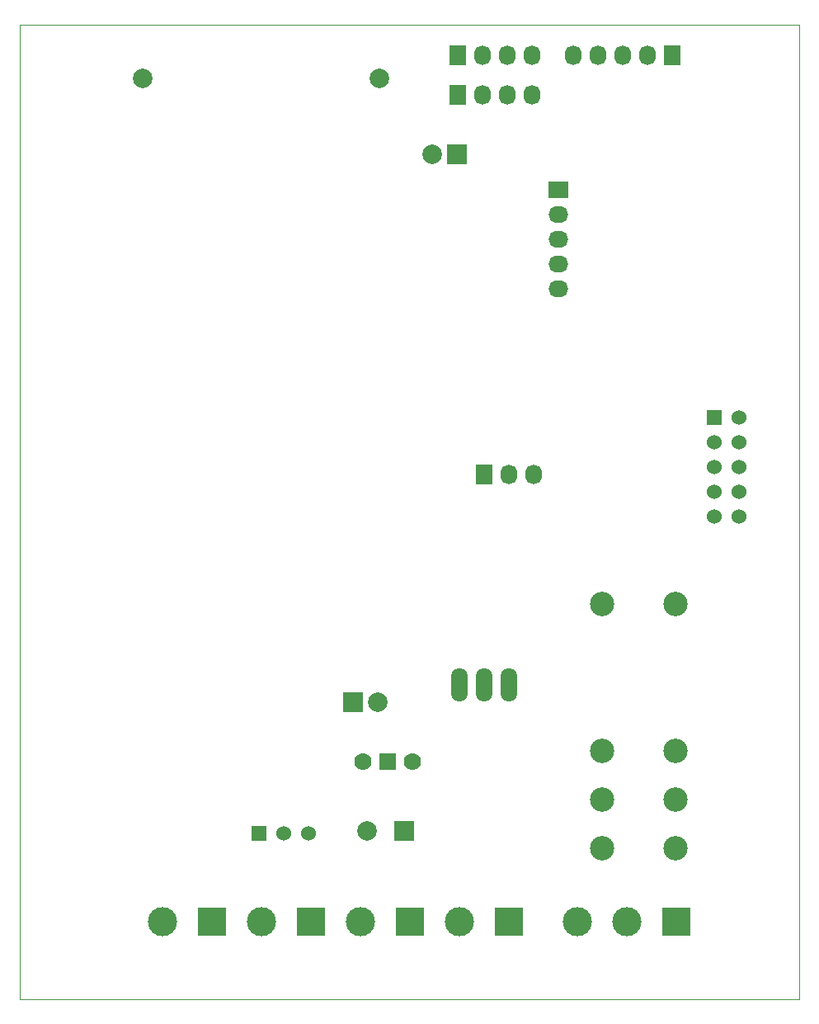
<source format=gbr>
G04 #@! TF.FileFunction,Soldermask,Bot*
%FSLAX46Y46*%
G04 Gerber Fmt 4.6, Leading zero omitted, Abs format (unit mm)*
G04 Created by KiCad (PCBNEW (2015-03-05 BZR 5480)-product) date Mon 09 Mar 2015 11:20:18 AM EET*
%MOMM*%
G01*
G04 APERTURE LIST*
%ADD10C,0.100000*%
%ADD11C,1.524000*%
%ADD12C,2.000000*%
%ADD13R,2.999740X2.999740*%
%ADD14C,2.999740*%
%ADD15R,1.998980X1.998980*%
%ADD16C,1.998980*%
%ADD17R,1.524000X1.524000*%
%ADD18R,1.727200X2.032000*%
%ADD19O,1.727200X2.032000*%
%ADD20O,1.699260X3.500120*%
%ADD21C,1.778000*%
%ADD22R,1.778000X1.778000*%
%ADD23C,2.500000*%
%ADD24R,2.032000X1.727200*%
%ADD25O,2.032000X1.727200*%
G04 APERTURE END LIST*
D10*
X91000000Y-89000000D02*
X91000000Y-189000000D01*
X171000000Y-89000000D02*
X91000000Y-89000000D01*
X171000000Y-189000000D02*
X171000000Y-89000000D01*
X91000000Y-189000000D02*
X171000000Y-189000000D01*
D11*
X162306000Y-139446000D03*
X164846000Y-139446000D03*
X162306000Y-136906000D03*
X164846000Y-136906000D03*
D12*
X127890000Y-94550000D03*
X103630000Y-94550000D03*
D13*
X158385000Y-181020000D03*
D14*
X153305000Y-181020000D03*
X148225000Y-181020000D03*
D15*
X130429000Y-171704000D03*
D16*
X126619000Y-171704000D03*
D15*
X125222000Y-158496000D03*
D16*
X127762000Y-158496000D03*
D15*
X135890000Y-102313800D03*
D16*
X133350000Y-102313800D03*
D17*
X115570000Y-171958000D03*
D11*
X118110000Y-171958000D03*
X120650000Y-171958000D03*
D17*
X162306000Y-129286000D03*
D11*
X164846000Y-129286000D03*
X162306000Y-131826000D03*
X164846000Y-131826000D03*
X162306000Y-134366000D03*
X164846000Y-134366000D03*
D18*
X157911800Y-92153800D03*
D19*
X155371800Y-92153800D03*
X152831800Y-92153800D03*
X150291800Y-92153800D03*
X147751800Y-92153800D03*
D18*
X135970000Y-92177800D03*
D19*
X138510000Y-92177800D03*
X141050000Y-92177800D03*
X143590000Y-92177800D03*
D18*
X135970000Y-96177800D03*
D19*
X138510000Y-96177800D03*
X141050000Y-96177800D03*
X143590000Y-96177800D03*
D13*
X110665000Y-181020000D03*
D14*
X105585000Y-181020000D03*
D13*
X120825000Y-181020000D03*
D14*
X115745000Y-181020000D03*
D20*
X138684000Y-156718000D03*
X136144000Y-156718000D03*
X141224000Y-156718000D03*
D13*
X141145000Y-181020000D03*
D14*
X136065000Y-181020000D03*
D13*
X130985000Y-181020000D03*
D14*
X125905000Y-181020000D03*
D21*
X131318000Y-164620000D03*
D22*
X128778000Y-164620000D03*
D21*
X126238000Y-164620000D03*
D23*
X150750000Y-148500000D03*
X150750000Y-163500000D03*
X150750000Y-173500000D03*
X158250000Y-168500000D03*
X158250000Y-148500000D03*
X150750000Y-168500000D03*
X158250000Y-163500000D03*
X158250000Y-173500000D03*
D24*
X146304000Y-105918000D03*
D25*
X146304000Y-108458000D03*
X146304000Y-110998000D03*
X146304000Y-113538000D03*
X146304000Y-116078000D03*
D18*
X138684000Y-135128000D03*
D19*
X141224000Y-135128000D03*
X143764000Y-135128000D03*
M02*

</source>
